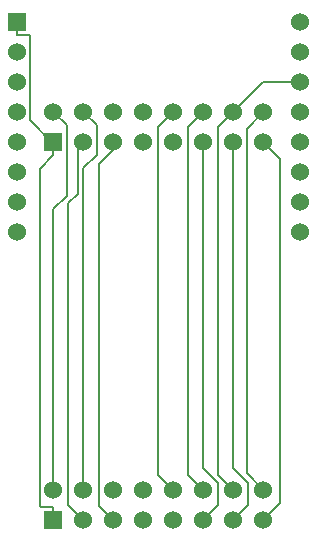
<source format=gtl>
G04 (created by PCBNEW-RS274X (2011-aug-04)-testing) date Wed 17 Apr 2013 04:17:38 PM PDT*
G01*
G70*
G90*
%MOIN*%
G04 Gerber Fmt 3.4, Leading zero omitted, Abs format*
%FSLAX34Y34*%
G04 APERTURE LIST*
%ADD10C,0.006000*%
%ADD11R,0.060000X0.060000*%
%ADD12C,0.060000*%
%ADD13C,0.008000*%
G04 APERTURE END LIST*
G54D10*
G54D11*
X22799Y-39398D03*
G54D12*
X22799Y-38398D03*
X23799Y-39398D03*
X23799Y-38398D03*
X24799Y-39398D03*
X24799Y-38398D03*
X25799Y-39398D03*
X25799Y-38398D03*
X26799Y-39398D03*
X26799Y-38398D03*
X27799Y-39398D03*
X27799Y-38398D03*
X28799Y-39398D03*
X28799Y-38398D03*
X29799Y-39398D03*
X29799Y-38398D03*
G54D11*
X22799Y-26799D03*
G54D12*
X22799Y-25799D03*
X23799Y-26799D03*
X23799Y-25799D03*
X24799Y-26799D03*
X24799Y-25799D03*
X25799Y-26799D03*
X25799Y-25799D03*
X26799Y-26799D03*
X26799Y-25799D03*
X27799Y-26799D03*
X27799Y-25799D03*
X28799Y-26799D03*
X28799Y-25799D03*
X29799Y-26799D03*
X29799Y-25799D03*
X31023Y-29800D03*
X31023Y-28800D03*
X31023Y-27800D03*
X31023Y-26800D03*
X31023Y-25800D03*
X31023Y-24800D03*
X31023Y-23800D03*
X31023Y-22800D03*
G54D11*
X21574Y-22800D03*
G54D12*
X21574Y-23800D03*
X21574Y-24800D03*
X21574Y-25800D03*
X21574Y-26800D03*
X21574Y-27800D03*
X21574Y-28800D03*
X21574Y-29800D03*
G54D13*
X29299Y-38898D02*
X28799Y-39398D01*
X29299Y-38159D02*
X29299Y-38898D01*
X28799Y-37659D02*
X29299Y-38159D01*
X28799Y-26799D02*
X28799Y-37659D01*
X23299Y-38898D02*
X23799Y-39398D01*
X23299Y-28832D02*
X23299Y-38898D01*
X23615Y-28516D02*
X23299Y-28832D01*
X23615Y-26983D02*
X23615Y-28516D01*
X23799Y-26799D02*
X23615Y-26983D01*
X23799Y-27670D02*
X23799Y-38398D01*
X24244Y-27225D02*
X23799Y-27670D01*
X24244Y-26244D02*
X24244Y-27225D01*
X23799Y-25799D02*
X24244Y-26244D01*
X26299Y-37898D02*
X26799Y-38398D01*
X26299Y-26299D02*
X26299Y-37898D01*
X26799Y-25799D02*
X26299Y-26299D01*
X28299Y-38898D02*
X27799Y-39398D01*
X28299Y-38159D02*
X28299Y-38898D01*
X27799Y-37659D02*
X28299Y-38159D01*
X27799Y-26799D02*
X27799Y-37659D01*
X30355Y-38842D02*
X29799Y-39398D01*
X30355Y-27355D02*
X30355Y-38842D01*
X29799Y-26799D02*
X30355Y-27355D01*
X29243Y-37842D02*
X29799Y-38398D01*
X29243Y-26355D02*
X29243Y-37842D01*
X29799Y-25799D02*
X29243Y-26355D01*
X29798Y-24800D02*
X28799Y-25799D01*
X31023Y-24800D02*
X29798Y-24800D01*
X28299Y-37898D02*
X28799Y-38398D01*
X28299Y-26299D02*
X28299Y-37898D01*
X28799Y-25799D02*
X28299Y-26299D01*
X27299Y-37898D02*
X27799Y-38398D01*
X27299Y-26299D02*
X27299Y-37898D01*
X27799Y-25799D02*
X27299Y-26299D01*
X22356Y-27685D02*
X22799Y-27242D01*
X22356Y-38933D02*
X22356Y-27685D01*
X22378Y-38955D02*
X22356Y-38933D01*
X22799Y-38955D02*
X22378Y-38955D01*
X22799Y-39398D02*
X22799Y-38955D01*
X22017Y-26073D02*
X22799Y-26855D01*
X22017Y-23265D02*
X22017Y-26073D01*
X21995Y-23243D02*
X22017Y-23265D01*
X21574Y-23243D02*
X21995Y-23243D01*
X22799Y-26799D02*
X22799Y-26855D01*
X22799Y-26855D02*
X22799Y-27242D01*
X21574Y-22800D02*
X21574Y-23243D01*
X22799Y-29044D02*
X22799Y-38398D01*
X23243Y-28600D02*
X22799Y-29044D01*
X23243Y-26243D02*
X23243Y-28600D01*
X22799Y-25799D02*
X23243Y-26243D01*
X24799Y-27059D02*
X24799Y-26799D01*
X24321Y-27537D02*
X24799Y-27059D01*
X24321Y-38920D02*
X24321Y-27537D01*
X24799Y-39398D02*
X24321Y-38920D01*
M02*

</source>
